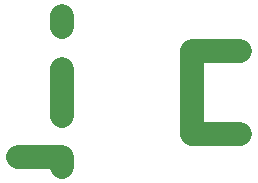
<source format=gbr>
G04 #@! TF.FileFunction,Other,ECO1*
%FSLAX46Y46*%
G04 Gerber Fmt 4.6, Leading zero omitted, Abs format (unit mm)*
G04 Created by KiCad (PCBNEW 4.0.6) date 2018 April 17, Tuesday 13:37:15*
%MOMM*%
%LPD*%
G01*
G04 APERTURE LIST*
%ADD10C,0.100000*%
%ADD11C,2.000000*%
G04 APERTURE END LIST*
D10*
D11*
X-12000000Y-12800000D02*
X-12000000Y-12000000D01*
X-15700000Y-12000000D02*
X-12000000Y-12000000D01*
X-12000000Y0D02*
X-12000000Y-1000000D01*
X-12000000Y-4500000D02*
X-12000000Y-8500000D01*
X-1000000Y-10000000D02*
X3100000Y-10000000D01*
X-1000000Y-3000000D02*
X-1000000Y-10000000D01*
X-1000000Y-3000000D02*
X3100000Y-3000000D01*
M02*

</source>
